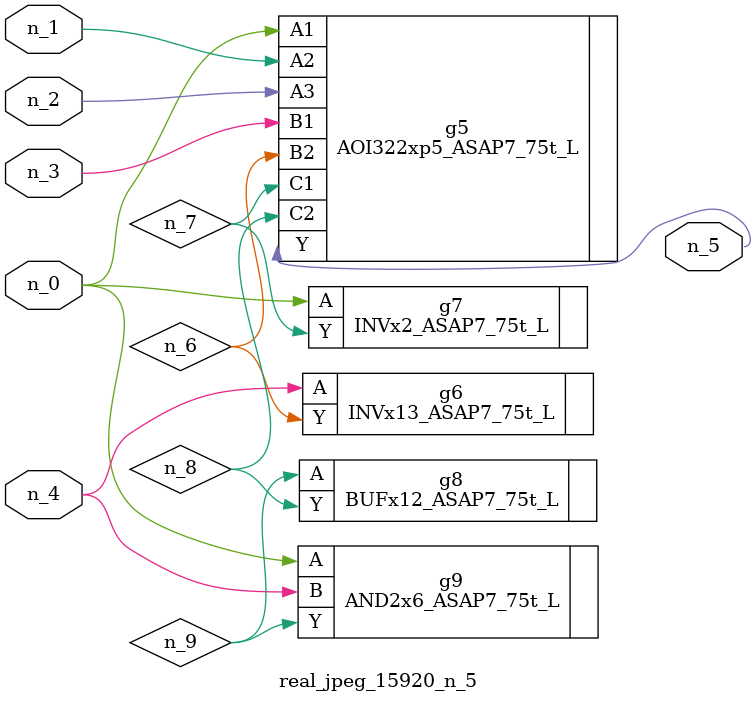
<source format=v>
module real_jpeg_15920_n_5 (n_4, n_0, n_1, n_2, n_3, n_5);

input n_4;
input n_0;
input n_1;
input n_2;
input n_3;

output n_5;

wire n_8;
wire n_6;
wire n_7;
wire n_9;

AOI322xp5_ASAP7_75t_L g5 ( 
.A1(n_0),
.A2(n_1),
.A3(n_2),
.B1(n_3),
.B2(n_6),
.C1(n_7),
.C2(n_8),
.Y(n_5)
);

INVx2_ASAP7_75t_L g7 ( 
.A(n_0),
.Y(n_7)
);

AND2x6_ASAP7_75t_L g9 ( 
.A(n_0),
.B(n_4),
.Y(n_9)
);

INVx13_ASAP7_75t_L g6 ( 
.A(n_4),
.Y(n_6)
);

BUFx12_ASAP7_75t_L g8 ( 
.A(n_9),
.Y(n_8)
);


endmodule
</source>
